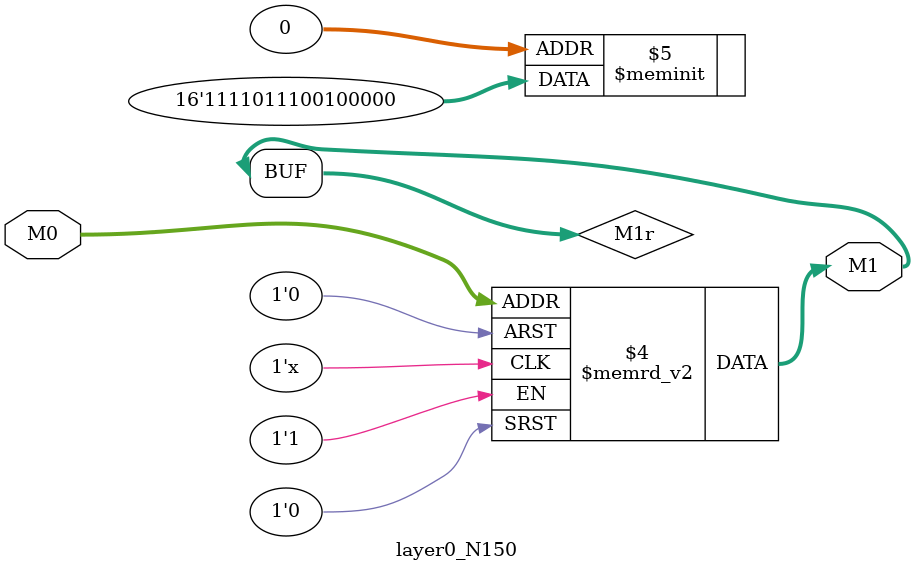
<source format=v>
module layer0_N150 ( input [2:0] M0, output [1:0] M1 );

	(*rom_style = "distributed" *) reg [1:0] M1r;
	assign M1 = M1r;
	always @ (M0) begin
		case (M0)
			3'b000: M1r = 2'b00;
			3'b100: M1r = 2'b11;
			3'b010: M1r = 2'b10;
			3'b110: M1r = 2'b11;
			3'b001: M1r = 2'b00;
			3'b101: M1r = 2'b01;
			3'b011: M1r = 2'b00;
			3'b111: M1r = 2'b11;

		endcase
	end
endmodule

</source>
